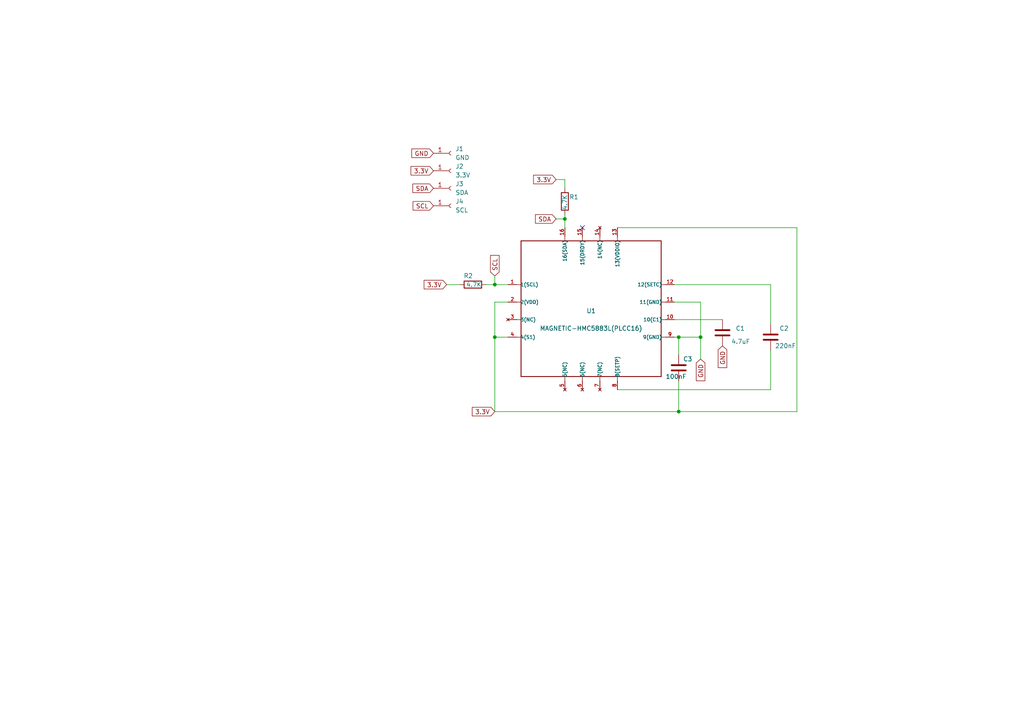
<source format=kicad_sch>
(kicad_sch (version 20230121) (generator eeschema)
  (paper "A4")
  (lib_symbols
    (symbol "Connector:Conn_01x01_Socket" (pin_names (offset 1.016) hide)
      (property "Reference" "J" (at 0 2.54 0))
      (property "Value" "Conn_01x01_Socket" (at 0 -2.54 0))
      (symbol "Conn_01x01_Socket_1_1"
        (polyline (pts (xy -1.27 0) (xy -0.508 0)) (stroke (width 0.1524)))
        (arc (start 0 0.508) (mid -0.5058 0) (end 0 -0.508) (stroke (width 0.1524)))
        (pin passive line (at -5.08 0 0) (length 3.81) (name "Pin_1") (number "1"))
      )
    )
    (symbol "Device:C" (pin_numbers hide) (pin_names (offset 0.254))
      (property "Reference" "C" (at 0.635 2.54 0))
      (property "Value" "C" (at 0.635 -2.54 0))
      (symbol "C_0_1"
        (polyline (pts (xy -2.032 -0.762) (xy 2.032 -0.762)) (stroke (width 0.508)))
        (polyline (pts (xy -2.032 0.762) (xy 2.032 0.762)) (stroke (width 0.508)))
      )
      (symbol "C_1_1"
        (pin passive line (at 0 3.81 270) (length 2.794) (name "~") (number "1"))
        (pin passive line (at 0 -3.81 90) (length 2.794) (name "~") (number "2"))
      )
    )
    (symbol "Device:R" (pin_numbers hide) (pin_names (offset 0))
      (property "Reference" "R" (at 2.032 0 90))
      (property "Value" "R" (at 0 0 90))
      (symbol "R_0_1"
        (rectangle (start -1.016 -2.54) (end 1.016 2.54) (stroke (width 0.254)))
      )
      (symbol "R_1_1"
        (pin passive line (at 0 3.81 270) (length 1.27) (name "~") (number "1"))
        (pin passive line (at 0 -3.81 90) (length 1.27) (name "~") (number "2"))
      )
    )
    (symbol "MAGNETIC-HMC5883L_PLCC16_:MAGNETIC-HMC5883L(PLCC16)" (pin_names (offset 1.016))
      (property "Reference" "U" (at 17.8072 22.8949 0))
      (property "Value" "MAGNETIC-HMC5883L(PLCC16)" (at 17.7994 20.3422 0))
      (symbol "MAGNETIC-HMC5883L(PLCC16)_0_0"
        (polyline (pts (xy -21.59 -7.62) (xy -20.32 -7.62)) (stroke (width 0.1524)))
        (polyline (pts (xy -21.59 -2.54) (xy -20.32 -2.54)) (stroke (width 0.1524)))
        (polyline (pts (xy -21.59 2.54) (xy -20.32 2.54)) (stroke (width 0.1524)))
        (polyline (pts (xy -21.59 7.62) (xy -20.32 7.62)) (stroke (width 0.1524)))
        (polyline (pts (xy -20.32 -19.05) (xy -7.62 -19.05)) (stroke (width 0.254)))
        (polyline (pts (xy -20.32 -7.62) (xy -20.32 -19.05)) (stroke (width 0.254)))
        (polyline (pts (xy -20.32 -2.54) (xy -20.32 -7.62)) (stroke (width 0.254)))
        (polyline (pts (xy -20.32 2.54) (xy -20.32 -2.54)) (stroke (width 0.254)))
        (polyline (pts (xy -20.32 7.62) (xy -20.32 2.54)) (stroke (width 0.254)))
        (polyline (pts (xy -20.32 20.32) (xy -20.32 7.62)) (stroke (width 0.254)))
        (polyline (pts (xy -7.62 -20.32) (xy -7.62 -19.05)) (stroke (width 0.1524)))
        (polyline (pts (xy -7.62 -19.05) (xy -2.54 -19.05)) (stroke (width 0.254)))
        (polyline (pts (xy -7.62 20.32) (xy -20.32 20.32)) (stroke (width 0.254)))
        (polyline (pts (xy -7.62 20.32) (xy -7.62 21.59)) (stroke (width 0.1524)))
        (polyline (pts (xy -2.54 -20.32) (xy -2.54 -19.05)) (stroke (width 0.1524)))
        (polyline (pts (xy -2.54 -19.05) (xy 2.54 -19.05)) (stroke (width 0.254)))
        (polyline (pts (xy -2.54 20.32) (xy -7.62 20.32)) (stroke (width 0.254)))
        (polyline (pts (xy -2.54 20.32) (xy -2.54 21.59)) (stroke (width 0.1524)))
        (polyline (pts (xy 2.54 -20.32) (xy 2.54 -19.05)) (stroke (width 0.1524)))
        (polyline (pts (xy 2.54 -19.05) (xy 7.62 -19.05)) (stroke (width 0.254)))
        (polyline (pts (xy 2.54 20.32) (xy -2.54 20.32)) (stroke (width 0.254)))
        (polyline (pts (xy 2.54 20.32) (xy 2.54 21.59)) (stroke (width 0.1524)))
        (polyline (pts (xy 7.62 -20.32) (xy 7.62 -19.05)) (stroke (width 0.1524)))
        (polyline (pts (xy 7.62 -19.05) (xy 20.32 -19.05)) (stroke (width 0.254)))
        (polyline (pts (xy 7.62 20.32) (xy 2.54 20.32)) (stroke (width 0.254)))
        (polyline (pts (xy 7.62 20.32) (xy 7.62 21.59)) (stroke (width 0.1524)))
        (polyline (pts (xy 20.32 -19.05) (xy 20.32 -7.62)) (stroke (width 0.254)))
        (polyline (pts (xy 20.32 -7.62) (xy 20.32 -2.54)) (stroke (width 0.254)))
        (polyline (pts (xy 20.32 -7.62) (xy 21.59 -7.62)) (stroke (width 0.1524)))
        (polyline (pts (xy 20.32 -2.54) (xy 20.32 2.54)) (stroke (width 0.254)))
        (polyline (pts (xy 20.32 -2.54) (xy 21.59 -2.54)) (stroke (width 0.1524)))
        (polyline (pts (xy 20.32 2.54) (xy 20.32 7.62)) (stroke (width 0.254)))
        (polyline (pts (xy 20.32 2.54) (xy 21.59 2.54)) (stroke (width 0.1524)))
        (polyline (pts (xy 20.32 7.62) (xy 20.32 20.32)) (stroke (width 0.254)))
        (polyline (pts (xy 20.32 7.62) (xy 21.59 7.62)) (stroke (width 0.1524)))
        (polyline (pts (xy 20.32 20.32) (xy 7.62 20.32)) (stroke (width 0.254)))
        (pin bidirectional line (at -24.13 7.62 0) (length 2.54) (name "1(SCL)") (number "1"))
        (pin bidirectional line (at 24.13 -2.54 180) (length 2.54) (name "10(C1)") (number "10"))
        (pin power_in line (at 24.13 2.54 180) (length 2.54) (name "11(GND)") (number "11"))
        (pin bidirectional line (at 24.13 7.62 180) (length 2.54) (name "12(SETC)") (number "12"))
        (pin power_in line (at 7.62 24.13 270) (length 2.54) (name "13(VDDIO)") (number "13"))
        (pin no_connect line (at 2.54 24.13 270) (length 2.54) (name "14(NC)") (number "14"))
        (pin bidirectional line (at -2.54 24.13 270) (length 2.54) (name "15(DRDY)") (number "15"))
        (pin bidirectional line (at -7.62 24.13 270) (length 2.54) (name "16(SDA)") (number "16"))
        (pin power_in line (at -24.13 2.54 0) (length 2.54) (name "2(VDD)") (number "2"))
        (pin no_connect line (at -24.13 -2.54 0) (length 2.54) (name "3(NC)") (number "3"))
        (pin bidirectional line (at -24.13 -7.62 0) (length 2.54) (name "4(S1)") (number "4"))
        (pin no_connect line (at -7.62 -22.86 90) (length 2.54) (name "5(NC)") (number "5"))
        (pin no_connect line (at -2.54 -22.86 90) (length 2.54) (name "6(NC)") (number "6"))
        (pin no_connect line (at 2.54 -22.86 90) (length 2.54) (name "7(NC)") (number "7"))
        (pin bidirectional line (at 7.62 -22.86 90) (length 2.54) (name "8(SETP)") (number "8"))
        (pin power_in line (at 24.13 -7.62 180) (length 2.54) (name "9(GND)") (number "9"))
      )
    )
  )
  (junction (at 203.2 97.79))
  (junction (at 143.51 97.79))
  (junction (at 196.85 119.38))
  (junction (at 143.51 82.55))
  (junction (at 196.85 97.79))
  (junction (at 163.83 63.5))
  (no_connect (at 168.91 66.04))
  (wire (pts (xy 143.51 80.01) (xy 143.51 82.55)))
  (wire (pts (xy 143.51 87.63) (xy 147.32 87.63)))
  (wire (pts (xy 179.07 66.04) (xy 231.14 66.04)))
  (wire (pts (xy 196.85 110.49) (xy 196.85 119.38)))
  (wire (pts (xy 195.58 87.63) (xy 203.2 87.63)))
  (wire (pts (xy 140.97 82.55) (xy 143.51 82.55)))
  (wire (pts (xy 163.83 63.5) (xy 163.83 66.04)))
  (wire (pts (xy 143.51 119.38) (xy 143.51 97.79)))
  (wire (pts (xy 143.51 97.79) (xy 143.51 87.63)))
  (wire (pts (xy 196.85 119.38) (xy 143.51 119.38)))
  (wire (pts (xy 129.54 82.55) (xy 133.35 82.55)))
  (wire (pts (xy 223.52 113.03) (xy 223.52 101.6)))
  (wire (pts (xy 231.14 66.04) (xy 231.14 119.38)))
  (wire (pts (xy 143.51 82.55) (xy 147.32 82.55)))
  (wire (pts (xy 179.07 113.03) (xy 223.52 113.03)))
  (wire (pts (xy 163.83 62.23) (xy 163.83 63.5)))
  (wire (pts (xy 161.29 63.5) (xy 163.83 63.5)))
  (wire (pts (xy 203.2 87.63) (xy 203.2 97.79)))
  (wire (pts (xy 196.85 97.79) (xy 203.2 97.79)))
  (wire (pts (xy 223.52 82.55) (xy 195.58 82.55)))
  (wire (pts (xy 195.58 92.71) (xy 209.55 92.71)))
  (wire (pts (xy 196.85 97.79) (xy 196.85 102.87)))
  (wire (pts (xy 161.29 52.07) (xy 163.83 52.07)))
  (wire (pts (xy 196.85 97.79) (xy 195.58 97.79)))
  (wire (pts (xy 223.52 93.98) (xy 223.52 82.55)))
  (wire (pts (xy 203.2 97.79) (xy 203.2 104.14)))
  (wire (pts (xy 163.83 52.07) (xy 163.83 54.61)))
  (wire (pts (xy 196.85 119.38) (xy 231.14 119.38)))
  (wire (pts (xy 143.51 97.79) (xy 147.32 97.79)))
  (global_label "3.3V" (shape input) (at 125.73 49.53 180) (property "Intersheetrefs" "${INTERSHEET_REFS}" (effects hide)))
  (global_label "SCL" (shape input) (at 125.73 59.69 180) (property "Intersheetrefs" "${INTERSHEET_REFS}" (effects hide)))
  (global_label "SCL" (shape input) (at 143.51 80.01 90) (property "Intersheetrefs" "${INTERSHEET_REFS}" (effects hide)))
  (global_label "GND" (shape input) (at 125.73 44.45 180) (property "Intersheetrefs" "${INTERSHEET_REFS}" (effects hide)))
  (global_label "SDA" (shape input) (at 125.73 54.61 180) (property "Intersheetrefs" "${INTERSHEET_REFS}" (effects hide)))
  (global_label "3.3V" (shape input) (at 161.29 52.07 180) (property "Intersheetrefs" "${INTERSHEET_REFS}" (effects hide)))
  (global_label "GND" (shape input) (at 203.2 104.14 270) (property "Intersheetrefs" "${INTERSHEET_REFS}" (effects hide)))
  (global_label "3.3V" (shape input) (at 129.54 82.55 180) (property "Intersheetrefs" "${INTERSHEET_REFS}" (effects hide)))
  (global_label "SDA" (shape input) (at 161.29 63.5 180) (property "Intersheetrefs" "${INTERSHEET_REFS}" (effects hide)))
  (global_label "3.3V" (shape input) (at 143.51 119.38 180) (property "Intersheetrefs" "${INTERSHEET_REFS}" (effects hide)))
  (global_label "GND" (shape input) (at 209.55 100.33 270) (property "Intersheetrefs" "${INTERSHEET_REFS}" (effects hide)))
  (symbol (lib_id "Device:R") (at 137.16 82.55 90) (unit 1)
    (property "Reference" "R2" (at 137.16 80.01 90) (effects (justify left)))
    (property "Value" "4.7K" (at 139.7 82.55 90) (effects (justify left)))
    (property "Footprint" "Resistor_SMD:R_0805_2012Metric_Pad1.20x1.40mm_HandSolder" (effects hide))
  )
  (symbol (lib_id "Connector:Conn_01x01_Socket") (at 130.81 54.61 0) (unit 1)
    (property "Reference" "J3" (at 132.08 53.34 0) (effects (justify left)))
    (property "Value" "SDA" (at 132.08 55.88 0) (effects (justify left)))
    (property "Footprint" "Connector_PinHeader_2.54mm:PinHeader_1x01_P2.54mm_Vertical" (effects hide))
  )
  (symbol (lib_id "Connector:Conn_01x01_Socket") (at 130.81 44.45 0) (unit 1)
    (property "Reference" "J1" (at 132.08 43.18 0) (effects (justify left)))
    (property "Value" "GND" (at 132.08 45.72 0) (effects (justify left)))
    (property "Footprint" "Connector_PinHeader_2.54mm:PinHeader_1x01_P2.54mm_Vertical" (effects hide))
  )
  (symbol (lib_id "MAGNETIC-HMC5883L_PLCC16_:MAGNETIC-HMC5883L(PLCC16)") (at 171.45 90.17 0) (unit 1)
    (property "Reference" "U1" (at 171.45 90.17 0))
    (property "Value" "MAGNETIC-HMC5883L(PLCC16)" (at 171.45 95.25 0))
    (property "Footprint" "PLCC16-0.5-3X3MM" (effects hide))
    (property "MPN" "HMC5883L" (effects hide))
    (property "VALUE" "HMC5883L" (effects hide))
  )
  (symbol (lib_id "Connector:Conn_01x01_Socket") (at 130.81 59.69 0) (unit 1)
    (property "Reference" "J4" (at 132.08 58.42 0) (effects (justify left)))
    (property "Value" "SCL" (at 132.08 60.96 0) (effects (justify left)))
    (property "Footprint" "Connector_PinHeader_2.54mm:PinHeader_1x01_P2.54mm_Vertical" (effects hide))
  )
  (symbol (lib_id "Connector:Conn_01x01_Socket") (at 130.81 49.53 0) (unit 1)
    (property "Reference" "J2" (at 132.08 48.26 0) (effects (justify left)))
    (property "Value" "3.3V" (at 132.08 50.8 0) (effects (justify left)))
    (property "Footprint" "Connector_PinHeader_2.54mm:PinHeader_1x01_P2.54mm_Vertical" (effects hide))
  )
  (symbol (lib_id "Device:C") (at 196.85 106.68 0) (unit 1)
    (property "Reference" "C3" (at 198.12 104.14 0) (effects (justify left)))
    (property "Value" "100nF" (at 193.04 109.22 0) (effects (justify left)))
    (property "Footprint" "Capacitor_SMD:C_0805_2012Metric_Pad1.18x1.45mm_HandSolder" (effects hide))
  )
  (symbol (lib_id "Device:C") (at 209.55 96.52 0) (unit 1)
    (property "Reference" "C1" (at 213.36 95.25 0) (effects (justify left)))
    (property "Value" "4.7uF" (at 212.09 99.06 0) (effects (justify left)))
    (property "Footprint" "Capacitor_SMD:C_0805_2012Metric_Pad1.18x1.45mm_HandSolder" (effects hide))
  )
  (symbol (lib_id "Device:C") (at 223.52 97.79 0) (unit 1)
    (property "Reference" "C2" (at 226.06 95.25 0) (effects (justify left)))
    (property "Value" "220nF" (at 224.79 100.33 0) (effects (justify left)))
    (property "Footprint" "Capacitor_SMD:C_0805_2012Metric_Pad1.18x1.45mm_HandSolder" (effects hide))
  )
  (symbol (lib_id "Device:R") (at 163.83 58.42 0) (unit 1)
    (property "Reference" "R1" (at 165.1 57.15 0) (effects (justify left)))
    (property "Value" "4.7K" (at 163.83 60.96 90) (effects (justify left)))
    (property "Footprint" "Resistor_SMD:R_0805_2012Metric_Pad1.20x1.40mm_HandSolder" (effects hide))
  )
)
</source>
